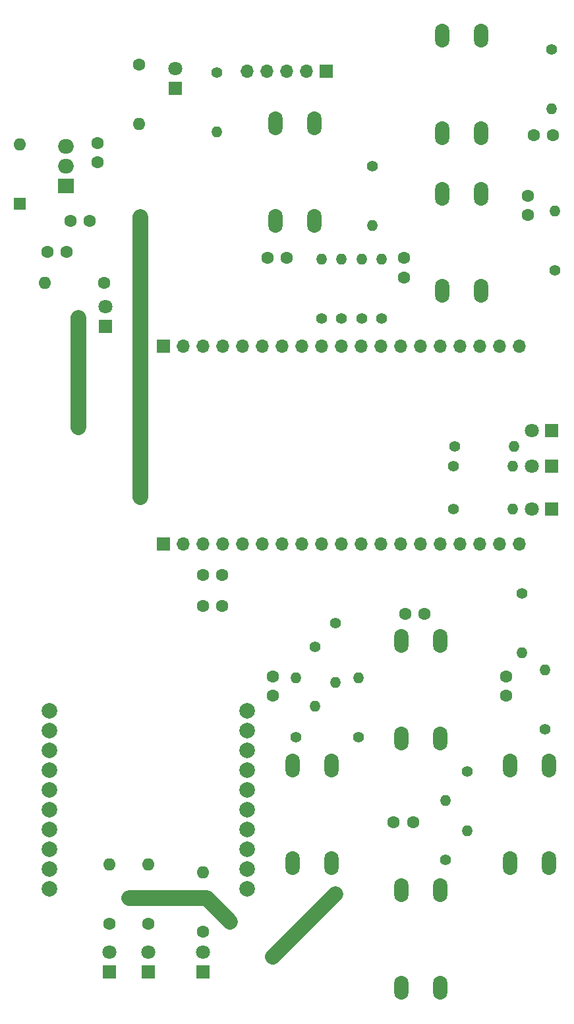
<source format=gbr>
%TF.GenerationSoftware,KiCad,Pcbnew,7.0.2*%
%TF.CreationDate,2024-06-30T13:29:06+09:00*%
%TF.ProjectId,______,b3f3c8ed-fce9-42e6-9b69-6361645f7063,rev?*%
%TF.SameCoordinates,PX6422c40PY981c6e0*%
%TF.FileFunction,Copper,L1,Top*%
%TF.FilePolarity,Positive*%
%FSLAX46Y46*%
G04 Gerber Fmt 4.6, Leading zero omitted, Abs format (unit mm)*
G04 Created by KiCad (PCBNEW 7.0.2) date 2024-06-30 13:29:06*
%MOMM*%
%LPD*%
G01*
G04 APERTURE LIST*
%TA.AperFunction,ComponentPad*%
%ADD10C,1.400000*%
%TD*%
%TA.AperFunction,ComponentPad*%
%ADD11O,1.400000X1.400000*%
%TD*%
%TA.AperFunction,ComponentPad*%
%ADD12R,2.000000X1.905000*%
%TD*%
%TA.AperFunction,ComponentPad*%
%ADD13O,2.000000X1.905000*%
%TD*%
%TA.AperFunction,ComponentPad*%
%ADD14C,1.600000*%
%TD*%
%TA.AperFunction,ComponentPad*%
%ADD15O,1.600000X1.600000*%
%TD*%
%TA.AperFunction,ComponentPad*%
%ADD16O,1.850000X3.048000*%
%TD*%
%TA.AperFunction,ComponentPad*%
%ADD17R,1.800000X1.800000*%
%TD*%
%TA.AperFunction,ComponentPad*%
%ADD18C,1.800000*%
%TD*%
%TA.AperFunction,ComponentPad*%
%ADD19R,1.700000X1.700000*%
%TD*%
%TA.AperFunction,ComponentPad*%
%ADD20O,1.700000X1.700000*%
%TD*%
%TA.AperFunction,ComponentPad*%
%ADD21C,2.000000*%
%TD*%
%TA.AperFunction,ComponentPad*%
%ADD22R,1.600000X1.600000*%
%TD*%
%TA.AperFunction,ViaPad*%
%ADD23C,0.800000*%
%TD*%
%TA.AperFunction,Conductor*%
%ADD24C,2.000000*%
%TD*%
G04 APERTURE END LIST*
D10*
%TO.P,R4,1*%
%TO.N,sw2*%
X44500000Y50810000D03*
D11*
%TO.P,R4,2*%
%TO.N,Net-(C2-Pad1)*%
X44500000Y43190000D03*
%TD*%
D12*
%TO.P,U1,1,VI*%
%TO.N,+BATT*%
X9945000Y106960000D03*
D13*
%TO.P,U1,2,GND*%
%TO.N,GND*%
X9945000Y109500000D03*
%TO.P,U1,3,VO*%
%TO.N,+5V*%
X9945000Y112040000D03*
%TD*%
D14*
%TO.P,C1,1*%
%TO.N,Net-(C1-Pad1)*%
X36500000Y44000000D03*
%TO.P,C1,2*%
%TO.N,GND*%
X36500000Y41500000D03*
%TD*%
%TO.P,C10,1*%
%TO.N,+3.3V*%
X27500000Y57000000D03*
%TO.P,C10,2*%
%TO.N,GND*%
X30000000Y57000000D03*
%TD*%
D10*
%TO.P,R12,1*%
%TO.N,sw7*%
X47886421Y89898081D03*
D11*
%TO.P,R12,2*%
%TO.N,Net-(C6-Pad1)*%
X47886421Y97518081D03*
%TD*%
D10*
%TO.P,R3,1*%
%TO.N,Net-(R3-Pad1)*%
X47500000Y36190000D03*
D11*
%TO.P,R3,2*%
%TO.N,Net-(C2-Pad1)*%
X47500000Y43810000D03*
%TD*%
D14*
%TO.P,C13,1*%
%TO.N,+BATT*%
X7500000Y98500000D03*
%TO.P,C13,2*%
%TO.N,GND*%
X10000000Y98500000D03*
%TD*%
D10*
%TO.P,R7,1*%
%TO.N,Net-(R7-Pad1)*%
X71500000Y37190000D03*
D11*
%TO.P,R7,2*%
%TO.N,Net-(C4-Pad1)*%
X71500000Y44810000D03*
%TD*%
D14*
%TO.P,R22,1*%
%TO.N,Net-(D6-A)*%
X27500000Y11190000D03*
D15*
%TO.P,R22,2*%
%TO.N,XMIT*%
X27500000Y18810000D03*
%TD*%
D14*
%TO.P,C3,1*%
%TO.N,Net-(C3-Pad1)*%
X54500000Y25240000D03*
%TO.P,C3,2*%
%TO.N,GND*%
X52000000Y25240000D03*
%TD*%
%TO.P,R20,1*%
%TO.N,Net-(D4-A)*%
X20500000Y12190000D03*
D15*
%TO.P,R20,2*%
%TO.N,STATUS*%
X20500000Y19810000D03*
%TD*%
D10*
%TO.P,R1,1*%
%TO.N,Net-(R1-Pad1)*%
X39500000Y36190000D03*
D11*
%TO.P,R1,2*%
%TO.N,Net-(C1-Pad1)*%
X39500000Y43810000D03*
%TD*%
D16*
%TO.P,SW2,1*%
%TO.N,GND*%
X53000000Y36000000D03*
X53000000Y48500000D03*
%TO.P,SW2,2*%
%TO.N,Net-(R3-Pad1)*%
X58000000Y36000000D03*
X58000000Y48500000D03*
%TD*%
D14*
%TO.P,C4,1*%
%TO.N,Net-(C4-Pad1)*%
X66500000Y44000000D03*
%TO.P,C4,2*%
%TO.N,GND*%
X66500000Y41500000D03*
%TD*%
%TO.P,C11,1*%
%TO.N,+5V*%
X14000000Y112500000D03*
%TO.P,C11,2*%
%TO.N,GND*%
X14000000Y110000000D03*
%TD*%
D16*
%TO.P,SW7,1*%
%TO.N,GND*%
X36803081Y102468081D03*
X36803081Y114968081D03*
%TO.P,SW7,2*%
%TO.N,Net-(R13-Pad1)*%
X41803081Y102468081D03*
X41803081Y114968081D03*
%TD*%
D14*
%TO.P,R21,1*%
%TO.N,Net-(D5-A)*%
X15500000Y12190000D03*
D15*
%TO.P,R21,2*%
%TO.N,SLEEP*%
X15500000Y19810000D03*
%TD*%
D10*
%TO.P,R11,1*%
%TO.N,Net-(R11-Pad1)*%
X72303081Y124518081D03*
D11*
%TO.P,R11,2*%
%TO.N,Net-(C6-Pad1)*%
X72303081Y116898081D03*
%TD*%
D14*
%TO.P,C5,1*%
%TO.N,Net-(C5-Pad1)*%
X69303081Y103208081D03*
%TO.P,C5,2*%
%TO.N,GND*%
X69303081Y105708081D03*
%TD*%
D10*
%TO.P,R9,1*%
%TO.N,Net-(R9-Pad1)*%
X72740623Y96154000D03*
D11*
%TO.P,R9,2*%
%TO.N,Net-(C5-Pad1)*%
X72740623Y103774000D03*
%TD*%
D17*
%TO.P,D9,1,K*%
%TO.N,GND*%
X15000000Y88960000D03*
D18*
%TO.P,D9,2,A*%
%TO.N,Net-(D9-A)*%
X15000000Y91500000D03*
%TD*%
D17*
%TO.P,D1,1,K*%
%TO.N,GND*%
X72303688Y75513042D03*
D18*
%TO.P,D1,2,A*%
%TO.N,Net-(D1-A)*%
X69763688Y75513042D03*
%TD*%
D10*
%TO.P,R5,1*%
%TO.N,Net-(R5-Pad1)*%
X58650000Y20430000D03*
D11*
%TO.P,R5,2*%
%TO.N,Net-(C3-Pad1)*%
X58650000Y28050000D03*
%TD*%
D14*
%TO.P,R23,1*%
%TO.N,Net-(D7-A)*%
X19303081Y122518081D03*
D15*
%TO.P,R23,2*%
%TO.N,+5V*%
X19303081Y114898081D03*
%TD*%
D10*
%TO.P,R6,1*%
%TO.N,sw3*%
X61500000Y31810000D03*
D11*
%TO.P,R6,2*%
%TO.N,Net-(C3-Pad1)*%
X61500000Y24190000D03*
%TD*%
D19*
%TO.P,SW8,1,O*%
%TO.N,Net-(SW8-O)*%
X43353081Y121683081D03*
D20*
%TO.P,SW8,2,P*%
%TO.N,GND*%
X40813081Y121683081D03*
%TO.P,SW8,3,S*%
%TO.N,unconnected-(SW8-S-Pad3)*%
X38273081Y121683081D03*
%TO.P,SW8,4*%
%TO.N,N/C*%
X35733081Y121683081D03*
%TO.P,SW8,5*%
X33193081Y121683081D03*
%TD*%
D14*
%TO.P,C7,1*%
%TO.N,Net-(C7-Pad1)*%
X53303081Y97708081D03*
%TO.P,C7,2*%
%TO.N,GND*%
X53303081Y95208081D03*
%TD*%
D16*
%TO.P,SW6,1*%
%TO.N,GND*%
X58240623Y113724000D03*
X58240623Y126224000D03*
%TO.P,SW6,2*%
%TO.N,Net-(R11-Pad1)*%
X63240623Y113724000D03*
X63240623Y126224000D03*
%TD*%
D17*
%TO.P,D5,1,K*%
%TO.N,GND*%
X15500000Y6000000D03*
D18*
%TO.P,D5,2,A*%
%TO.N,Net-(D5-A)*%
X15500000Y8540000D03*
%TD*%
D16*
%TO.P,SW3,1*%
%TO.N,GND*%
X53000000Y4000000D03*
X53000000Y16500000D03*
%TO.P,SW3,2*%
%TO.N,Net-(R5-Pad1)*%
X58000000Y4000000D03*
X58000000Y16500000D03*
%TD*%
D10*
%TO.P,R15,1*%
%TO.N,Net-(SW8-O)*%
X29303081Y121518081D03*
D11*
%TO.P,R15,2*%
%TO.N,Net-(C8-Pad1)*%
X29303081Y113898081D03*
%TD*%
D16*
%TO.P,SW1,1*%
%TO.N,GND*%
X39000000Y20000000D03*
X39000000Y32500000D03*
%TO.P,SW1,2*%
%TO.N,Net-(R1-Pad1)*%
X44000000Y20000000D03*
X44000000Y32500000D03*
%TD*%
D17*
%TO.P,D4,1,K*%
%TO.N,GND*%
X20500000Y6000000D03*
D18*
%TO.P,D4,2,A*%
%TO.N,Net-(D4-A)*%
X20500000Y8540000D03*
%TD*%
D10*
%TO.P,R10,1*%
%TO.N,sw6*%
X45303081Y89898081D03*
D11*
%TO.P,R10,2*%
%TO.N,Net-(C5-Pad1)*%
X45303081Y97518081D03*
%TD*%
D10*
%TO.P,R2,1*%
%TO.N,sw1*%
X41888701Y47810000D03*
D11*
%TO.P,R2,2*%
%TO.N,Net-(C1-Pad1)*%
X41888701Y40190000D03*
%TD*%
D17*
%TO.P,D3,1,K*%
%TO.N,GND*%
X72303081Y65500000D03*
D18*
%TO.P,D3,2,A*%
%TO.N,Net-(D3-A)*%
X69763081Y65500000D03*
%TD*%
D14*
%TO.P,R24,1*%
%TO.N,Net-(D9-A)*%
X14810000Y94500000D03*
D15*
%TO.P,R24,2*%
%TO.N,+BATT*%
X7190000Y94500000D03*
%TD*%
D16*
%TO.P,SW5,1*%
%TO.N,GND*%
X58240623Y93468081D03*
X58240623Y105968081D03*
%TO.P,SW5,2*%
%TO.N,Net-(R9-Pad1)*%
X63240623Y93468081D03*
X63240623Y105968081D03*
%TD*%
D14*
%TO.P,C8,1*%
%TO.N,Net-(C8-Pad1)*%
X38303081Y97708081D03*
%TO.P,C8,2*%
%TO.N,GND*%
X35803081Y97708081D03*
%TD*%
D21*
%TO.P,U3,1,IO1/RTS/BUSY*%
%TO.N,BUSY*%
X33200000Y16710000D03*
%TO.P,U3,2,IO2*%
%TO.N,unconnected-(U3-IO2-Pad2)*%
X7800000Y16710000D03*
%TO.P,U3,3,IO3*%
%TO.N,XMIT*%
X33200000Y19250000D03*
%TO.P,U3,4,IO4*%
%TO.N,SLEEP*%
X7800000Y19250000D03*
%TO.P,U3,5,IO5*%
%TO.N,unconnected-(U3-IO5-Pad5)*%
X33200000Y21790000D03*
%TO.P,U3,6,IO6/RxD*%
%TO.N,IM920RX*%
X7800000Y21790000D03*
%TO.P,U3,7,IO7/TxD*%
%TO.N,IM920TX*%
X33200000Y24330000D03*
%TO.P,U3,8,IO8*%
%TO.N,unconnected-(U3-IO8-Pad8)*%
X7800000Y24330000D03*
%TO.P,U3,9,IO9*%
%TO.N,unconnected-(U3-IO9-Pad9)*%
X33200000Y26870000D03*
%TO.P,U3,10,IO10*%
%TO.N,unconnected-(U3-IO10-Pad10)*%
X7800000Y26870000D03*
%TO.P,U3,11,NC*%
%TO.N,unconnected-(U3-NC-Pad11)*%
X33200000Y29410000D03*
%TO.P,U3,12,NC*%
%TO.N,unconnected-(U3-NC-Pad12)*%
X7800000Y29410000D03*
%TO.P,U3,13,NC*%
%TO.N,unconnected-(U3-NC-Pad13)*%
X33200000Y31950000D03*
%TO.P,U3,14,NC*%
%TO.N,unconnected-(U3-NC-Pad14)*%
X7800000Y31950000D03*
%TO.P,U3,15,STATUS*%
%TO.N,STATUS*%
X33200000Y34490000D03*
%TO.P,U3,16,REG*%
%TO.N,REG*%
X7800000Y34490000D03*
%TO.P,U3,17,VCC*%
%TO.N,+3.3V*%
X33200000Y37030000D03*
%TO.P,U3,18,GND*%
%TO.N,GND*%
X7800000Y37030000D03*
%TO.P,U3,19,RESET*%
%TO.N,RESET*%
X33200000Y39570000D03*
%TO.P,U3,20,TEST*%
%TO.N,unconnected-(U3-TEST-Pad20)*%
X7800000Y39570000D03*
%TD*%
D10*
%TO.P,R13,1*%
%TO.N,Net-(R13-Pad1)*%
X49303081Y109518081D03*
D11*
%TO.P,R13,2*%
%TO.N,Net-(C7-Pad1)*%
X49303081Y101898081D03*
%TD*%
D22*
%TO.P,D8,1,K*%
%TO.N,+BATT*%
X4000000Y104690000D03*
D15*
%TO.P,D8,2,A*%
%TO.N,+5V*%
X4000000Y112310000D03*
%TD*%
D14*
%TO.P,C2,1*%
%TO.N,Net-(C2-Pad1)*%
X53500000Y52000000D03*
%TO.P,C2,2*%
%TO.N,GND*%
X56000000Y52000000D03*
%TD*%
%TO.P,C6,1*%
%TO.N,Net-(C6-Pad1)*%
X70000000Y113500000D03*
%TO.P,C6,2*%
%TO.N,GND*%
X72500000Y113500000D03*
%TD*%
%TO.P,C12,1*%
%TO.N,+BATT*%
X10500000Y102500000D03*
%TO.P,C12,2*%
%TO.N,GND*%
X13000000Y102500000D03*
%TD*%
D17*
%TO.P,D2,1,K*%
%TO.N,GND*%
X72303688Y70971277D03*
D18*
%TO.P,D2,2,A*%
%TO.N,Net-(D2-A)*%
X69763688Y70971277D03*
%TD*%
D10*
%TO.P,R18,1*%
%TO.N,Net-(U2-GPIO26{slash}26)*%
X59690000Y71000000D03*
D11*
%TO.P,R18,2*%
%TO.N,Net-(D2-A)*%
X67310000Y71000000D03*
%TD*%
D17*
%TO.P,D7,1,K*%
%TO.N,GND*%
X24000000Y119500000D03*
D18*
%TO.P,D7,2,A*%
%TO.N,Net-(D7-A)*%
X24000000Y122040000D03*
%TD*%
D10*
%TO.P,R19,1*%
%TO.N,Net-(U2-GPIO27{slash}27)*%
X59690000Y65500000D03*
D11*
%TO.P,R19,2*%
%TO.N,Net-(D3-A)*%
X67310000Y65500000D03*
%TD*%
D10*
%TO.P,R8,1*%
%TO.N,sw4*%
X68500000Y54620000D03*
D11*
%TO.P,R8,2*%
%TO.N,Net-(C4-Pad1)*%
X68500000Y47000000D03*
%TD*%
D16*
%TO.P,SW4,1*%
%TO.N,GND*%
X67000000Y20000000D03*
X67000000Y32500000D03*
%TO.P,SW4,2*%
%TO.N,Net-(R7-Pad1)*%
X72000000Y20000000D03*
X72000000Y32500000D03*
%TD*%
D10*
%TO.P,R14,1*%
%TO.N,sw8*%
X50488977Y89975936D03*
D11*
%TO.P,R14,2*%
%TO.N,Net-(C7-Pad1)*%
X50488977Y97595936D03*
%TD*%
D10*
%TO.P,R16,1*%
%TO.N,sw5*%
X42760977Y89896266D03*
D11*
%TO.P,R16,2*%
%TO.N,Net-(C8-Pad1)*%
X42760977Y97516266D03*
%TD*%
D19*
%TO.P,U2,1,3V3*%
%TO.N,+3.3V*%
X22443081Y61008081D03*
D20*
%TO.P,U2,2,EN*%
%TO.N,unconnected-(U2-EN-Pad2)*%
X24983081Y61008081D03*
%TO.P,U2,3,SENSOR_VP/VP*%
%TO.N,unconnected-(U2-SENSOR_VP{slash}VP-Pad3)*%
X27523081Y61008081D03*
%TO.P,U2,4,SENSOR_VN/VN*%
%TO.N,unconnected-(U2-SENSOR_VN{slash}VN-Pad4)*%
X30063081Y61008081D03*
%TO.P,U2,5,GPIO34/34*%
%TO.N,sw1*%
X32603081Y61008081D03*
%TO.P,U2,6,GPIO35/35*%
%TO.N,sw2*%
X35143081Y61008081D03*
%TO.P,U2,7,GPIO32/32*%
%TO.N,sw3*%
X37683081Y61008081D03*
%TO.P,U2,8,GPIO33/33*%
%TO.N,sw4*%
X40223081Y61008081D03*
%TO.P,U2,9,GPIO25/25*%
%TO.N,Net-(U2-GPIO25{slash}25)*%
X42763081Y61008081D03*
%TO.P,U2,10,GPIO26/26*%
%TO.N,Net-(U2-GPIO26{slash}26)*%
X45303081Y61008081D03*
%TO.P,U2,11,GPIO27/27*%
%TO.N,Net-(U2-GPIO27{slash}27)*%
X47843081Y61008081D03*
%TO.P,U2,12,MTMS/GPIO14/14*%
%TO.N,unconnected-(U2-MTMS{slash}GPIO14{slash}14-Pad12)*%
X50383081Y61008081D03*
%TO.P,U2,13,MTDI/GPIO13/13*%
%TO.N,unconnected-(U2-MTDI{slash}GPIO13{slash}13-Pad13)*%
X52923081Y61008081D03*
%TO.P,U2,14,GND*%
%TO.N,GND*%
X55463081Y61008081D03*
%TO.P,U2,15,MTCK/GPIO13/13*%
%TO.N,unconnected-(U2-MTCK{slash}GPIO13{slash}13-Pad15)*%
X58003081Y61008081D03*
%TO.P,U2,16,SHD/SD2/SD_DATA_2/D2*%
%TO.N,unconnected-(U2-SHD{slash}SD2{slash}SD_DATA_2{slash}D2-Pad16)*%
X60543081Y61008081D03*
%TO.P,U2,17,SHD/SD3/SD_DATA_3/D3*%
%TO.N,unconnected-(U2-SHD{slash}SD3{slash}SD_DATA_3{slash}D3-Pad17)*%
X63083081Y61008081D03*
%TO.P,U2,18,SCS/CMD/CD_CMD*%
%TO.N,unconnected-(U2-SCS{slash}CMD{slash}CD_CMD-Pad18)*%
X65623081Y61008081D03*
%TO.P,U2,19,5V*%
%TO.N,+5V*%
X68163081Y61008081D03*
D19*
%TO.P,U2,20,CD_CLK/SDK/SLK*%
%TO.N,unconnected-(U2-CD_CLK{slash}SDK{slash}SLK-Pad20)*%
X22443081Y86408081D03*
D20*
%TO.P,U2,21,SD_DATA_0/SDI/SD1*%
%TO.N,unconnected-(U2-SD_DATA_0{slash}SDI{slash}SD1-Pad21)*%
X24983081Y86408081D03*
%TO.P,U2,22,SD_SATA_1/SDO/SD0*%
%TO.N,unconnected-(U2-SD_SATA_1{slash}SDO{slash}SD0-Pad22)*%
X27523081Y86408081D03*
%TO.P,U2,23,15/GPIO15/MTDO*%
%TO.N,a13*%
X30063081Y86408081D03*
%TO.P,U2,24,2/GPIO2*%
%TO.N,a12*%
X32603081Y86408081D03*
%TO.P,U2,25,0/GPIO0*%
%TO.N,a11*%
X35143081Y86408081D03*
%TO.P,U2,26,4/GPIO4*%
%TO.N,a10*%
X37683081Y86408081D03*
%TO.P,U2,27,16/GPIO16*%
%TO.N,unconnected-(U2-16{slash}GPIO16-Pad27)*%
X40223081Y86408081D03*
%TO.P,U2,28,17/GPIO17*%
%TO.N,sw5*%
X42763081Y86408081D03*
%TO.P,U2,29,5/GPIO5*%
%TO.N,sw6*%
X45303081Y86408081D03*
%TO.P,U2,30,18/GPIO18*%
%TO.N,sw7*%
X47843081Y86408081D03*
%TO.P,U2,31,19/GPIO19*%
%TO.N,sw8*%
X50383081Y86408081D03*
%TO.P,U2,32*%
%TO.N,N/C*%
X52923081Y86408081D03*
%TO.P,U2,33,21/GPIO21*%
%TO.N,unconnected-(U2-21{slash}GPIO21-Pad33)*%
X55463081Y86408081D03*
%TO.P,U2,34,RX/UORXD*%
%TO.N,IM920TX*%
X58003081Y86408081D03*
%TO.P,U2,35,TX/UOTXD*%
%TO.N,IM920RX*%
X60543081Y86408081D03*
%TO.P,U2,36,22/GPIO22*%
%TO.N,BUSY*%
X63083081Y86408081D03*
%TO.P,U2,37,23/GPIO23*%
%TO.N,RESET*%
X65623081Y86408081D03*
%TO.P,U2,38*%
%TO.N,N/C*%
X68163081Y86408081D03*
%TD*%
D10*
%TO.P,R17,1*%
%TO.N,Net-(U2-GPIO25{slash}25)*%
X59880000Y73500000D03*
D11*
%TO.P,R17,2*%
%TO.N,Net-(D1-A)*%
X67500000Y73500000D03*
%TD*%
D17*
%TO.P,D6,1,K*%
%TO.N,GND*%
X27500000Y6000000D03*
D18*
%TO.P,D6,2,A*%
%TO.N,Net-(D6-A)*%
X27500000Y8540000D03*
%TD*%
D14*
%TO.P,C9,1*%
%TO.N,+3.3V*%
X27500000Y53000000D03*
%TO.P,C9,2*%
%TO.N,GND*%
X30000000Y53000000D03*
%TD*%
D23*
%TO.N,+5V*%
X19500000Y67000000D03*
X19500000Y103000000D03*
%TO.N,GND*%
X11500000Y90000000D03*
X11500000Y76000000D03*
X18000000Y15500000D03*
X44500000Y16000000D03*
X36500000Y8000000D03*
X31000000Y12500000D03*
%TD*%
D24*
%TO.N,+5V*%
X19500000Y67000000D02*
X19500000Y103000000D01*
%TO.N,GND*%
X18000000Y15500000D02*
X28000000Y15500000D01*
X36500000Y8000000D02*
X44500000Y16000000D01*
X28000000Y15500000D02*
X31000000Y12500000D01*
X11500000Y76000000D02*
X11500000Y90000000D01*
%TD*%
M02*

</source>
